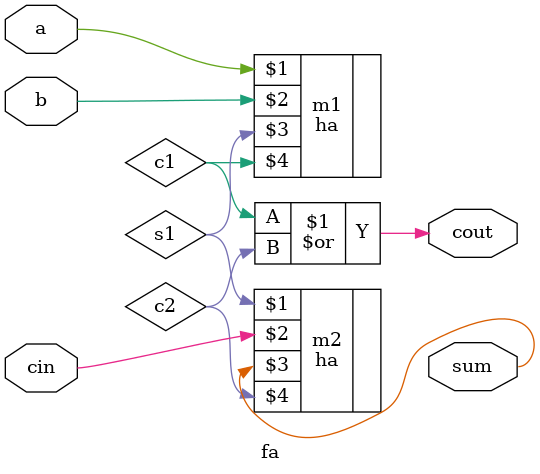
<source format=v>
`timescale 1ns / 1ps
module fa(
    input a,
    input b,
    input cin,
    output sum,
    output cout
    );
wire s1,c1,c2;	 
ha m1(a,b,s1,c1);
ha m2(s1,cin,sum,c2);
or g1(cout,c1,c2);
endmodule

</source>
